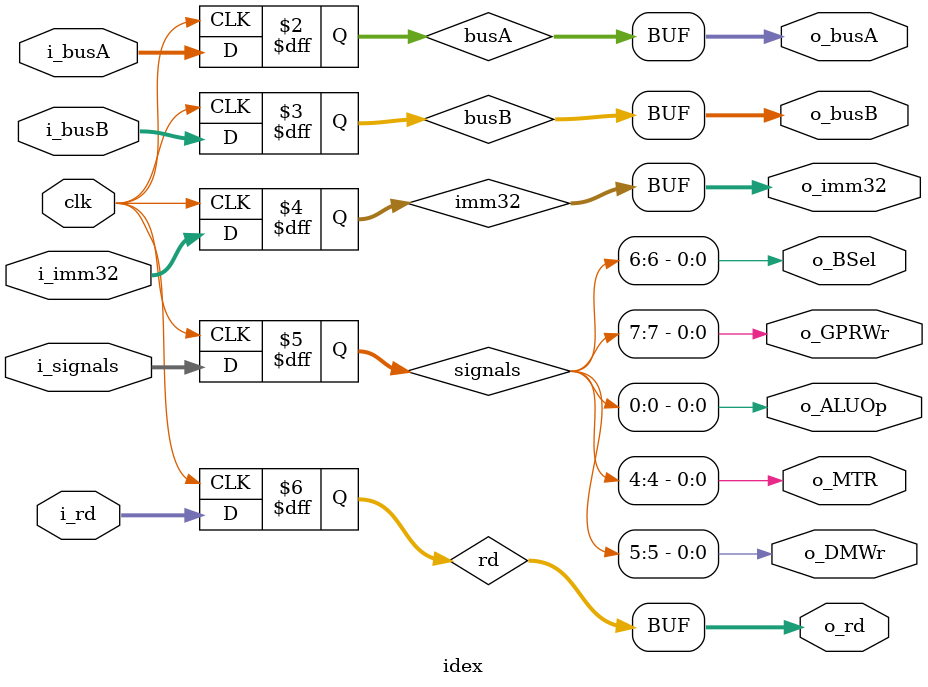
<source format=v>
module idex(clk, i_busA, i_busB, i_imm32, i_rd, i_signals, o_busA, o_busB, o_imm32, o_rd, o_GPRWr, o_BSel, o_DMWr, o_MTR, o_ALUOp);
    input   [31:0]  i_busA;
    input   [31:0]  i_busB;
    input   [31:0]  i_imm32;
    input   [7:0]   i_signals;
    input   [4:0]   i_rd;
    input           clk;
    output  [31:0]  o_busA;
    output  [31:0]  o_busB;
    output  [31:0]  o_imm32;
    output  [4:0]   o_rd;
    output          o_GPRWr, o_BSel, o_DMWr, o_MTR, o_ALUOp;

    reg     [31:0]  busA;
    reg     [31:0]  busB;
    reg     [31:0]  imm32;
    // GPRWr, BSel, DMWr, MTR, ALUOp[4:0]
    reg     [7:0]   signals;
    reg     [4:0]   rd;

    always @(posedge clk) begin
        busA <= i_busA;
        busB <= i_busB;
        imm32 <= i_imm32;
        signals <= i_signals;
        rd <= i_rd;
    end

    assign  o_busA = busA;
    assign  o_busB = busB;
    assign  o_imm32 = imm32;
    assign  o_rd = rd;
    assign  o_GPRWr = signals[7];
    assign  o_BSel = signals[6];
    assign  o_DMWr = signals[5];
    assign  o_MTR = signals[4];
    assign  o_ALUOp = signals[3:0];
endmodule // idex
</source>
